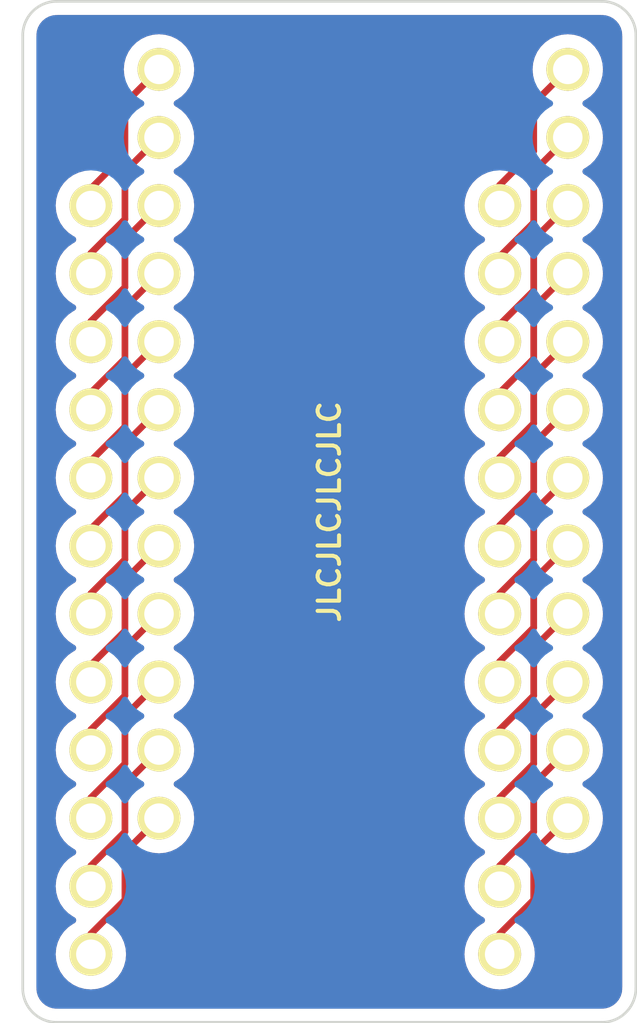
<source format=kicad_pcb>
(kicad_pcb (version 20211014) (generator pcbnew)
  (layers (0 "F.Cu" signal) (31 "B.Cu" signal) (34 "B.Paste" user) (35 "F.Paste" user) (36 "B.SilkS" user "B.Silkscreen") (37 "F.SilkS" user "F.Silkscreen") (38 "B.Mask" user) (39 "F.Mask" user) (44 "Edge.Cuts" user))
  (net 0 "")
  (net 1 "Row_0")
  (net 2 "Row_1")
  (net 3 "GND")
  (net 4 "Row_2")
  (net 5 "Row_3")
  (net 6 "Row_4")
  (net 7 "Row_5")
  (net 8 "Row_6")
  (net 9 "Row_7")
  (net 10 "Row_8")
  (net 11 "Row_9")
  (net 12 "Col_1")
  (net 13 "Col_2")
  (net 14 "Col_3")
  (net 15 "Col_4")
  (net 16 "Col_5")
  (net 17 "Col_6")
  (net 18 "Col_7")
  (net 19 "Col_0")
  (net 20 "RESET")
  (net 21 "VCC")
  (net 22 "RAW")
  (footprint "zzelia65:ProMicro" (layer "F.Cu") (at 88.9 71.12 -90)
    (fp_text reference "ProMicro1" hide)
    (fp_text value "ProMicro")
    (pad "1" thru_hole circle locked (at -13.97 7.62 270) (size 1.6 1.6) (drill 1.1) (layers *.Cu *.Mask "F.SilkS") (net 1 "Row_0"))
    (pad "2" thru_hole circle locked (at -11.43 7.62 270) (size 1.6 1.6) (drill 1.1) (layers *.Cu *.Mask "F.SilkS") (net 2 "Row_1"))
    (pad "3" thru_hole circle locked (at -8.89 7.62 270) (size 1.6 1.6) (drill 1.1) (layers *.Cu *.Mask "F.SilkS") (net 3 "GND"))
    (pad "4" thru_hole circle locked (at -6.35 7.62 270) (size 1.6 1.6) (drill 1.1) (layers *.Cu *.Mask "F.SilkS") (net 3 "GND"))
    (pad "5" thru_hole circle locked (at -3.81 7.62 270) (size 1.6 1.6) (drill 1.1) (layers *.Cu *.Mask "F.SilkS") (net 4 "Row_2"))
    (pad "6" thru_hole circle locked (at -1.27 7.62 270) (size 1.6 1.6) (drill 1.1) (layers *.Cu *.Mask "F.SilkS") (net 5 "Row_3"))
    (pad "7" thru_hole circle locked (at 1.27 7.62 270) (size 1.6 1.6) (drill 1.1) (layers *.Cu *.Mask "F.SilkS") (net 6 "Row_4"))
    (pad "8" thru_hole circle locked (at 3.81 7.62 270) (size 1.6 1.6) (drill 1.1) (layers *.Cu *.Mask "F.SilkS") (net 7 "Row_5"))
    (pad "9" thru_hole circle locked (at 6.35 7.62 270) (size 1.6 1.6) (drill 1.1) (layers *.Cu *.Mask "F.SilkS") (net 8 "Row_6"))
    (pad "10" thru_hole circle locked (at 8.89 7.62 270) (size 1.6 1.6) (drill 1.1) (layers *.Cu *.Mask "F.SilkS") (net 9 "Row_7"))
    (pad "11" thru_hole circle locked (at 11.43 7.62 270) (size 1.6 1.6) (drill 1.1) (layers *.Cu *.Mask "F.SilkS") (net 10 "Row_8"))
    (pad "12" thru_hole circle locked (at 13.97 7.62 270) (size 1.6 1.6) (drill 1.1) (layers *.Cu *.Mask "F.SilkS") (net 11 "Row_9"))
    (pad "13" thru_hole circle locked (at 13.97 -7.62 270) (size 1.6 1.6) (drill 1.1) (layers *.Cu *.Mask "F.SilkS") (net 12 "Col_1"))
    (pad "14" thru_hole circle locked (at 11.43 -7.62 270) (size 1.6 1.6) (drill 1.1) (layers *.Cu *.Mask "F.SilkS") (net 13 "Col_2"))
    (pad "15" thru_hole circle locked (at 8.89 -7.62 270) (size 1.6 1.6) (drill 1.1) (layers *.Cu *.Mask "F.SilkS") (net 14 "Col_3"))
    (pad "16" thru_hole circle locked (at 6.35 -7.62 270) (size 1.6 1.6) (drill 1.1) (layers *.Cu *.Mask "F.SilkS") (net 15 "Col_4"))
    (pad "17" thru_hole circle locked (at 3.81 -7.62 270) (size 1.6 1.6) (drill 1.1) (layers *.Cu *.Mask "F.SilkS") (net 16 "Col_5"))
    (pad "18" thru_hole circle locked (at 1.27 -7.62 270) (size 1.6 1.6) (drill 1.1) (layers *.Cu *.Mask "F.SilkS") (net 17 "Col_6"))
    (pad "19" thru_hole circle locked (at -1.27 -7.62 270) (size 1.6 1.6) (drill 1.1) (layers *.Cu *.Mask "F.SilkS") (net 18 "Col_7"))
    (pad "20" thru_hole circle locked (at -3.81 -7.62 270) (size 1.6 1.6) (drill 1.1) (layers *.Cu *.Mask "F.SilkS") (net 19 "Col_0"))
    (pad "21" thru_hole circle locked (at -6.35 -7.62 270) (size 1.6 1.6) (drill 1.1) (layers *.Cu *.Mask "F.SilkS") (net 21 "VCC"))
    (pad "22" thru_hole circle locked (at -8.89 -7.62 270) (size 1.6 1.6) (drill 1.1) (layers *.Cu *.Mask "F.SilkS") (net 20 "RESET"))
    (pad "23" thru_hole circle locked (at -11.43 -7.62 270) (size 1.6 1.6) (drill 1.1) (layers *.Cu *.Mask "F.SilkS") (net 3 "GND"))
    (pad "24" thru_hole circle locked (at -13.97 -7.62 270) (size 1.6 1.6) (drill 1.1) (layers *.Cu *.Mask "F.SilkS") (net 22 "RAW"))
  )
  (footprint "zzelia65:ProMicro" (layer "F.Cu") (at 86.36 76.2 -90)
    (fp_text reference "ProMicro2" hide)
    (fp_text value "ProMicro")
    (pad "1" thru_hole circle locked (at -13.97 7.62 270) (size 1.6 1.6) (drill 1.1) (layers *.Cu *.Mask "F.SilkS") (net 1 "Row_0"))
    (pad "2" thru_hole circle locked (at -11.43 7.62 270) (size 1.6 1.6) (drill 1.1) (layers *.Cu *.Mask "F.SilkS") (net 2 "Row_1"))
    (pad "3" thru_hole circle locked (at -8.89 7.62 270) (size 1.6 1.6) (drill 1.1) (layers *.Cu *.Mask "F.SilkS") (net 3 "GND"))
    (pad "4" thru_hole circle locked (at -6.35 7.62 270) (size 1.6 1.6) (drill 1.1) (layers *.Cu *.Mask "F.SilkS") (net 3 "GND"))
    (pad "5" thru_hole circle locked (at -3.81 7.62 270) (size 1.6 1.6) (drill 1.1) (layers *.Cu *.Mask "F.SilkS") (net 4 "Row_2"))
    (pad "6" thru_hole circle locked (at -1.27 7.62 270) (size 1.6 1.6) (drill 1.1) (layers *.Cu *.Mask "F.SilkS") (net 5 "Row_3"))
    (pad "7" thru_hole circle locked (at 1.27 7.62 270) (size 1.6 1.6) (drill 1.1) (layers *.Cu *.Mask "F.SilkS") (net 6 "Row_4"))
    (pad "8" thru_hole circle locked (at 3.81 7.62 270) (size 1.6 1.6) (drill 1.1) (layers *.Cu *.Mask "F.SilkS") (net 7 "Row_5"))
    (pad "9" thru_hole circle locked (at 6.35 7.62 270) (size 1.6 1.6) (drill 1.1) (layers *.Cu *.Mask "F.SilkS") (net 8 "Row_6"))
    (pad "10" thru_hole circle locked (at 8.89 7.62 270) (size 1.6 1.6) (drill 1.1) (layers *.Cu *.Mask "F.SilkS") (net 9 "Row_7"))
    (pad "11" thru_hole circle locked (at 11.43 7.62 270) (size 1.6 1.6) (drill 1.1) (layers *.Cu *.Mask "F.SilkS") (net 10 "Row_8"))
    (pad "12" thru_hole circle locked (at 13.97 7.62 270) (size 1.6 1.6) (drill 1.1) (layers *.Cu *.Mask "F.SilkS") (net 11 "Row_9"))
    (pad "13" thru_hole circle locked (at 13.97 -7.62 270) (size 1.6 1.6) (drill 1.1) (layers *.Cu *.Mask "F.SilkS") (net 12 "Col_1"))
    (pad "14" thru_hole circle locked (at 11.43 -7.62 270) (size 1.6 1.6) (drill 1.1) (layers *.Cu *.Mask "F.SilkS") (net 13 "Col_2"))
    (pad "15" thru_hole circle locked (at 8.89 -7.62 270) (size 1.6 1.6) (drill 1.1) (layers *.Cu *.Mask "F.SilkS") (net 14 "Col_3"))
    (pad "16" thru_hole circle locked (at 6.35 -7.62 270) (size 1.6 1.6) (drill 1.1) (layers *.Cu *.Mask "F.SilkS") (net 15 "Col_4"))
    (pad "17" thru_hole circle locked (at 3.81 -7.62 270) (size 1.6 1.6) (drill 1.1) (layers *.Cu *.Mask "F.SilkS") (net 16 "Col_5"))
    (pad "18" thru_hole circle locked (at 1.27 -7.62 270) (size 1.6 1.6) (drill 1.1) (layers *.Cu *.Mask "F.SilkS") (net 17 "Col_6"))
    (pad "19" thru_hole circle locked (at -1.27 -7.62 270) (size 1.6 1.6) (drill 1.1) (layers *.Cu *.Mask "F.SilkS") (net 18 "Col_7"))
    (pad "20" thru_hole circle locked (at -3.81 -7.62 270) (size 1.6 1.6) (drill 1.1) (layers *.Cu *.Mask "F.SilkS") (net 19 "Col_0"))
    (pad "21" thru_hole circle locked (at -6.35 -7.62 270) (size 1.6 1.6) (drill 1.1) (layers *.Cu *.Mask "F.SilkS") (net 21 "VCC"))
    (pad "22" thru_hole circle locked (at -8.89 -7.62 270) (size 1.6 1.6) (drill 1.1) (layers *.Cu *.Mask "F.SilkS") (net 20 "RESET"))
    (pad "23" thru_hole circle locked (at -11.43 -7.62 270) (size 1.6 1.6) (drill 1.1) (layers *.Cu *.Mask "F.SilkS") (net 3 "GND"))
    (pad "24" thru_hole circle locked (at -13.97 -7.62 270) (size 1.6 1.6) (drill 1.1) (layers *.Cu *.Mask "F.SilkS") (net 22 "RAW"))
  )
  (gr_line (start 99.06 55.88) (end 99.06 91.44) (layer "Edge.Cuts") (width 0.1))
  (gr_line (start 97.79 92.71) (end 77.47 92.71) (layer "Edge.Cuts") (width 0.1))
  (gr_arc (start 99.06 91.44) (mid 98.688026 92.338026) (end 97.79 92.71) (layer "Edge.Cuts") (width 0.1))
  (gr_arc (start 76.2 55.88) (mid 76.571974 54.981974) (end 77.47 54.61) (layer "Edge.Cuts") (width 0.1))
  (gr_arc (start 77.47 92.71) (mid 76.571974 92.338026) (end 76.2 91.44) (layer "Edge.Cuts") (width 0.1))
  (gr_line (start 77.47 54.61) (end 97.79 54.61) (layer "Edge.Cuts") (width 0.1))
  (gr_line (start 76.2 91.44) (end 76.2 55.88) (layer "Edge.Cuts") (width 0.1))
  (gr_arc (start 97.79 54.61) (mid 98.688026 54.981974) (end 99.06 55.88) (layer "Edge.Cuts") (width 0.1))
  (gr_text "JLCJLCJLCJLC" (at 87.63 73.66 90) (layer "F.SilkS") (effects (font (size 0.8 0.8))))
  (segment (start 80.01 60.323604) (end 80.01 58.42) (width 0.25) (layer "F.Cu") (net 1))
  (segment (start 78.74 62.23) (end 78.74 61.593604) (width 0.25) (layer "F.Cu") (net 1))
  (segment (start 78.74 61.593604) (end 80.01 60.323604) (width 0.25) (layer "F.Cu") (net 1))
  (segment (start 80.01 58.42) (end 81.28 57.15) (width 0.25) (layer "F.Cu") (net 1))
  (segment (start 78.74 64.77) (end 78.74 64.008) (width 0.25) (layer "F.Cu") (net 2))
  (segment (start 78.74 64.008) (end 80.01 62.738) (width 0.25) (layer "F.Cu") (net 2))
  (segment (start 80.01 60.96) (end 81.28 59.69) (width 0.25) (layer "F.Cu") (net 2))
  (segment (start 80.01 62.738) (end 80.01 60.96) (width 0.25) (layer "F.Cu") (net 2))
  (segment (start 80.01 66.04) (end 81.28 64.77) (width 0.25) (layer "F.Cu") (net 3))
  (segment (start 95.25 62.863604) (end 95.25 60.96) (width 0.25) (layer "F.Cu") (net 3))
  (segment (start 80.01 65.278) (end 80.01 63.5) (width 0.25) (layer "F.Cu") (net 3))
  (segment (start 78.74 69.85) (end 78.74 69.213604) (width 0.25) (layer "F.Cu") (net 3))
  (segment (start 78.74 67.31) (end 78.74 66.548) (width 0.25) (layer "F.Cu") (net 3))
  (segment (start 93.98 64.77) (end 93.98 64.133604) (width 0.25) (layer "F.Cu") (net 3))
  (segment (start 95.25 60.96) (end 96.52 59.69) (width 0.25) (layer "F.Cu") (net 3))
  (segment (start 78.74 69.213604) (end 80.01 67.943604) (width 0.25) (layer "F.Cu") (net 3))
  (segment (start 80.01 67.943604) (end 80.01 66.04) (width 0.25) (layer "F.Cu") (net 3))
  (segment (start 80.01 63.5) (end 81.28 62.23) (width 0.25) (layer "F.Cu") (net 3))
  (segment (start 78.74 66.548) (end 80.01 65.278) (width 0.25) (layer "F.Cu") (net 3))
  (segment (start 93.98 64.133604) (end 95.25 62.863604) (width 0.25) (layer "F.Cu") (net 3))
  (segment (start 78.74 72.39) (end 78.74 71.753604) (width 0.25) (layer "F.Cu") (net 4))
  (segment (start 80.01 70.483604) (end 80.01 68.58) (width 0.25) (layer "F.Cu") (net 4))
  (segment (start 80.01 68.58) (end 81.28 67.31) (width 0.25) (layer "F.Cu") (net 4))
  (segment (start 78.74 71.753604) (end 80.01 70.483604) (width 0.25) (layer "F.Cu") (net 4))
  (segment (start 80.01 73.023604) (end 80.01 71.12) (width 0.25) (layer "F.Cu") (net 5))
  (segment (start 78.74 74.93) (end 78.74 74.293604) (width 0.25) (layer "F.Cu") (net 5))
  (segment (start 78.74 74.293604) (end 80.01 73.023604) (width 0.25) (layer "F.Cu") (net 5))
  (segment (start 80.01 71.12) (end 81.28 69.85) (width 0.25) (layer "F.Cu") (net 5))
  (segment (start 78.74 77.47) (end 78.74 76.708) (width 0.25) (layer "F.Cu") (net 6))
  (segment (start 78.74 76.708) (end 80.01 75.438) (width 0.25) (layer "F.Cu") (net 6))
  (segment (start 80.01 75.438) (end 80.01 73.66) (width 0.25) (layer "F.Cu") (net 6))
  (segment (start 80.01 73.66) (end 81.28 72.39) (width 0.25) (layer "F.Cu") (net 6))
  (segment (start 80.01 78.103604) (end 80.01 76.2) (width 0.25) (layer "F.Cu") (net 7))
  (segment (start 80.01 76.2) (end 81.28 74.93) (width 0.25) (layer "F.Cu") (net 7))
  (segment (start 78.74 79.373604) (end 80.01 78.103604) (width 0.25) (layer "F.Cu") (net 7))
  (segment (start 78.74 80.01) (end 78.74 79.373604) (width 0.25) (layer "F.Cu") (net 7))
  (segment (start 80.01 80.518) (end 80.01 78.74) (width 0.25) (layer "F.Cu") (net 8))
  (segment (start 78.74 81.788) (end 80.01 80.518) (width 0.25) (layer "F.Cu") (net 8))
  (segment (start 78.74 82.55) (end 78.74 81.788) (width 0.25) (layer "F.Cu") (net 8))
  (segment (start 80.01 78.74) (end 81.28 77.47) (width 0.25) (layer "F.Cu") (net 8))
  (segment (start 80.01 81.28) (end 81.28 80.01) (width 0.25) (layer "F.Cu") (net 9))
  (segment (start 78.74 84.328) (end 80.01 83.058) (width 0.25) (layer "F.Cu") (net 9))
  (segment (start 78.74 85.09) (end 78.74 84.328) (width 0.25) (layer "F.Cu") (net 9))
  (segment (start 80.01 83.058) (end 80.01 81.28) (width 0.25) (layer "F.Cu") (net 9))
  (segment (start 78.74 87.63) (end 78.74 86.868) (width 0.25) (layer "F.Cu") (net 10))
  (segment (start 78.74 86.868) (end 80.01 85.598) (width 0.25) (layer "F.Cu") (net 10))
  (segment (start 80.01 85.598) (end 80.01 83.82) (width 0.25) (layer "F.Cu") (net 10))
  (segment (start 80.01 83.82) (end 81.28 82.55) (width 0.25) (layer "F.Cu") (net 10))
  (segment (start 80.01 86.36) (end 81.28 85.09) (width 0.25) (layer "F.Cu") (net 11))
  (segment (start 78.74 89.408) (end 80.01 88.138) (width 0.25) (layer "F.Cu") (net 11))
  (segment (start 78.74 90.17) (end 78.74 89.408) (width 0.25) (layer "F.Cu") (net 11))
  (segment (start 80.01 88.138) (end 80.01 86.36) (width 0.25) (layer "F.Cu") (net 11))
  (segment (start 93.98 89.408) (end 95.25 88.138) (width 0.25) (layer "F.Cu") (net 12))
  (segment (start 93.98 90.17) (end 93.98 89.408) (width 0.25) (layer "F.Cu") (net 12))
  (segment (start 95.25 86.36) (end 96.52 85.09) (width 0.25) (layer "F.Cu") (net 12))
  (segment (start 95.25 88.138) (end 95.25 86.36) (width 0.25) (layer "F.Cu") (net 12))
  (segment (start 93.98 87.63) (end 93.98 86.868) (width 0.25) (layer "F.Cu") (net 13))
  (segment (start 93.98 86.868) (end 95.25 85.598) (width 0.25) (layer "F.Cu") (net 13))
  (segment (start 95.25 83.82) (end 96.52 82.55) (width 0.25) (layer "F.Cu") (net 13))
  (segment (start 95.25 85.598) (end 95.25 83.82) (width 0.25) (layer "F.Cu") (net 13))
  (segment (start 95.25 83.058) (end 95.25 81.28) (width 0.25) (layer "F.Cu") (net 14))
  (segment (start 95.25 81.28) (end 96.52 80.01) (width 0.25) (layer "F.Cu") (net 14))
  (segment (start 93.98 84.328) (end 95.25 83.058) (width 0.25) (layer "F.Cu") (net 14))
  (segment (start 93.98 85.09) (end 93.98 84.328) (width 0.25) (layer "F.Cu") (net 14))
  (segment (start 93.98 82.55) (end 93.98 81.788) (width 0.25) (layer "F.Cu") (net 15))
  (segment (start 93.98 81.788) (end 95.25 80.518) (width 0.25) (layer "F.Cu") (net 15))
  (segment (start 95.25 78.74) (end 96.52 77.47) (width 0.25) (layer "F.Cu") (net 15))
  (segment (start 95.25 80.518) (end 95.25 78.74) (width 0.25) (layer "F.Cu") (net 15))
  (segment (start 95.25 76.2) (end 96.52 74.93) (width 0.25) (layer "F.Cu") (net 16))
  (segment (start 93.98 80.01) (end 93.98 79.248) (width 0.25) (layer "F.Cu") (net 16))
  (segment (start 93.98 79.248) (end 95.25 77.978) (width 0.25) (layer "F.Cu") (net 16))
  (segment (start 95.25 77.978) (end 95.25 76.2) (width 0.25) (layer "F.Cu") (net 16))
  (segment (start 93.98 77.47) (end 93.98 76.708) (width 0.25) (layer "F.Cu") (net 17))
  (segment (start 93.98 76.708) (end 95.25 75.438) (width 0.25) (layer "F.Cu") (net 17))
  (segment (start 95.25 73.66) (end 96.52 72.39) (width 0.25) (layer "F.Cu") (net 17))
  (segment (start 95.25 75.438) (end 95.25 73.66) (width 0.25) (layer "F.Cu") (net 17))
  (segment (start 95.25 71.12) (end 96.52 69.85) (width 0.25) (layer "F.Cu") (net 18))
  (segment (start 93.98 74.93) (end 93.98 74.168) (width 0.25) (layer "F.Cu") (net 18))
  (segment (start 95.25 72.898) (end 95.25 71.12) (width 0.25) (layer "F.Cu") (net 18))
  (segment (start 93.98 74.168) (end 95.25 72.898) (width 0.25) (layer "F.Cu") (net 18))
  (segment (start 95.25 70.358) (end 95.25 68.58) (width 0.25) (layer "F.Cu") (net 19))
  (segment (start 93.98 72.39) (end 93.98 71.628) (width 0.25) (layer "F.Cu") (net 19))
  (segment (start 93.98 71.628) (end 95.25 70.358) (width 0.25) (layer "F.Cu") (net 19))
  (segment (start 95.25 68.58) (end 96.52 67.31) (width 0.25) (layer "F.Cu") (net 19))
  (segment (start 93.98 67.31) (end 93.98 66.673604) (width 0.25) (layer "F.Cu") (net 20))
  (segment (start 95.25 63.5) (end 96.52 62.23) (width 0.25) (layer "F.Cu") (net 20))
  (segment (start 93.98 66.673604) (end 95.25 65.403604) (width 0.25) (layer "F.Cu") (net 20))
  (segment (start 95.25 65.403604) (end 95.25 63.5) (width 0.25) (layer "F.Cu") (net 20))
  (segment (start 95.25 67.943604) (end 95.25 66.04) (width 0.25) (layer "F.Cu") (net 21))
  (segment (start 95.25 66.04) (end 96.52 64.77) (width 0.25) (layer "F.Cu") (net 21))
  (segment (start 93.98 69.85) (end 93.98 69.213604) (width 0.25) (layer "F.Cu") (net 21))
  (segment (start 93.98 69.213604) (end 95.25 67.943604) (width 0.25) (layer "F.Cu") (net 21))
  (segment (start 95.25 58.42) (end 96.52 57.15) (width 0.25) (layer "F.Cu") (net 22))
  (segment (start 95.25 60.198) (end 95.25 58.42) (width 0.25) (layer "F.Cu") (net 22))
  (segment (start 93.98 61.468) (end 95.25 60.198) (width 0.25) (layer "F.Cu") (net 22))
  (segment (start 93.98 62.23) (end 93.98 61.468) (width 0.25) (layer "F.Cu") (net 22))
  (zone (net 0) (net_name "") (layers F&B.Cu) (connect_pads (clearance 0.508)) (min_thickness 0.254) (fill yes (thermal_gap 0.508) (thermal_bridge_width 0.508))
    (polygon (pts (xy 99.06 92.71) (xy 76.2 92.71) (xy 76.2 54.61) (xy 99.06 54.61)))
  )
)
</source>
